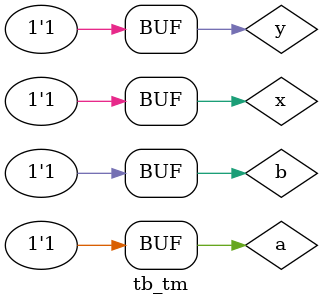
<source format=v>
module Two_b_comp(x,y,a,b,eq,gt,ls);
    output eq,gt,ls;
    input a,b,x,y;
    not n1(x1,x);not nn(y1,y);
    and g1(a1,a,x1);
    xnor g3(xno1,a,x);
    and g2(a2,b,y1,xno1);
    or g4(gt,a2,a1);
    xnor g5(a3,a,x);
    xnor g6(a4,b,y);
    and g7(eq,a3,a4);
    nor g8(ls,eq,gt);
endmodule
	
	
module tb_tm;
	
	reg a,b;
	reg x,y;
	
	wire ls;
	wire eq;
	wire gt;
	
	Two_b_comp uut (.a(a),.b(b),.x(x),.y(y),.ls(ls),.eq(eq),.gt(gt));
	initial begin
		$dumpfile("Comparator.vcd");
		$dumpvars;
		$display("ab | xy |A>B|A=B|A<B");	
		$monitor("%b%b | %b%b | %b | %b | %b",a,b,x,y,gt,eq,ls);
		
		
a=0;b=0;x=0;y=0;#5
a=0;b=0;x=0;y=1;#5
a=0;b=0;x=1;y=0;#5
a=0;b=0;x=1;y=1;#5
a=0;b=1;x=0;y=0;#5
a=0;b=1;x=0;y=1;#5
a=0;b=1;x=1;y=0;#5
a=0;b=1;x=1;y=1;#5
a=1;b=0;x=0;y=0;#5
a=1;b=0;x=0;y=1;#5
a=1;b=0;x=1;y=0;#5
a=1;b=0;x=1;y=1;#5
a=1;b=1;x=0;y=0;#5
a=1;b=1;x=0;y=1;#5
a=1;b=1;x=1;y=0;#5
a=1;b=1;x=1;y=1;#5
a=1;b=1;x=1;y=1;



	end
endmodule

</source>
